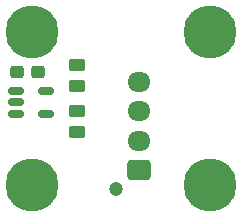
<source format=gts>
G04 #@! TF.GenerationSoftware,KiCad,Pcbnew,7.0.8*
G04 #@! TF.CreationDate,2023-12-02T16:20:36-07:00*
G04 #@! TF.ProjectId,wheelspeed,77686565-6c73-4706-9565-642e6b696361,v1*
G04 #@! TF.SameCoordinates,Original*
G04 #@! TF.FileFunction,Soldermask,Top*
G04 #@! TF.FilePolarity,Negative*
%FSLAX46Y46*%
G04 Gerber Fmt 4.6, Leading zero omitted, Abs format (unit mm)*
G04 Created by KiCad (PCBNEW 7.0.8) date 2023-12-02 16:20:36*
%MOMM*%
%LPD*%
G01*
G04 APERTURE LIST*
G04 Aperture macros list*
%AMRoundRect*
0 Rectangle with rounded corners*
0 $1 Rounding radius*
0 $2 $3 $4 $5 $6 $7 $8 $9 X,Y pos of 4 corners*
0 Add a 4 corners polygon primitive as box body*
4,1,4,$2,$3,$4,$5,$6,$7,$8,$9,$2,$3,0*
0 Add four circle primitives for the rounded corners*
1,1,$1+$1,$2,$3*
1,1,$1+$1,$4,$5*
1,1,$1+$1,$6,$7*
1,1,$1+$1,$8,$9*
0 Add four rect primitives between the rounded corners*
20,1,$1+$1,$2,$3,$4,$5,0*
20,1,$1+$1,$4,$5,$6,$7,0*
20,1,$1+$1,$6,$7,$8,$9,0*
20,1,$1+$1,$8,$9,$2,$3,0*%
G04 Aperture macros list end*
%ADD10RoundRect,0.250000X-0.450000X0.262500X-0.450000X-0.262500X0.450000X-0.262500X0.450000X0.262500X0*%
%ADD11C,4.500000*%
%ADD12RoundRect,0.250000X0.450000X-0.262500X0.450000X0.262500X-0.450000X0.262500X-0.450000X-0.262500X0*%
%ADD13RoundRect,0.275000X0.300000X0.275000X-0.300000X0.275000X-0.300000X-0.275000X0.300000X-0.275000X0*%
%ADD14RoundRect,0.150000X-0.512500X-0.150000X0.512500X-0.150000X0.512500X0.150000X-0.512500X0.150000X0*%
%ADD15C,1.200000*%
%ADD16RoundRect,0.250000X0.725000X-0.600000X0.725000X0.600000X-0.725000X0.600000X-0.725000X-0.600000X0*%
%ADD17O,1.950000X1.700000*%
G04 APERTURE END LIST*
D10*
X136293750Y-93200000D03*
X136293750Y-95025000D03*
D11*
X147500000Y-90412500D03*
X132500000Y-103412500D03*
X132500000Y-90412500D03*
D12*
X136293750Y-98925000D03*
X136293750Y-97100000D03*
D11*
X147500000Y-103412500D03*
D13*
X133000000Y-93800000D03*
X131200000Y-93800000D03*
D14*
X131093750Y-95450000D03*
X131093750Y-96400000D03*
X131093750Y-97350000D03*
X133693750Y-97350000D03*
X133693750Y-95450000D03*
D15*
X139543750Y-103762500D03*
D16*
X141543750Y-102162500D03*
D17*
X141543750Y-99662500D03*
X141543750Y-97162500D03*
X141543750Y-94662500D03*
M02*

</source>
